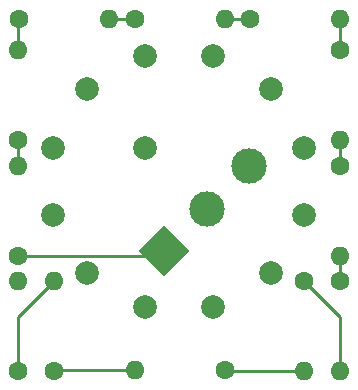
<source format=gbr>
%TF.GenerationSoftware,KiCad,Pcbnew,7.0.6*%
%TF.CreationDate,2023-09-19T12:43:23+08:00*%
%TF.ProjectId,Control Panel Selector Switch Board,436f6e74-726f-46c2-9050-616e656c2053,rev?*%
%TF.SameCoordinates,Original*%
%TF.FileFunction,Copper,L2,Bot*%
%TF.FilePolarity,Positive*%
%FSLAX46Y46*%
G04 Gerber Fmt 4.6, Leading zero omitted, Abs format (unit mm)*
G04 Created by KiCad (PCBNEW 7.0.6) date 2023-09-19 12:43:23*
%MOMM*%
%LPD*%
G01*
G04 APERTURE LIST*
G04 Aperture macros list*
%AMRotRect*
0 Rectangle, with rotation*
0 The origin of the aperture is its center*
0 $1 length*
0 $2 width*
0 $3 Rotation angle, in degrees counterclockwise*
0 Add horizontal line*
21,1,$1,$2,0,0,$3*%
G04 Aperture macros list end*
%TA.AperFunction,ComponentPad*%
%ADD10C,2.000000*%
%TD*%
%TA.AperFunction,ComponentPad*%
%ADD11C,1.600000*%
%TD*%
%TA.AperFunction,ComponentPad*%
%ADD12O,1.600000X1.600000*%
%TD*%
%TA.AperFunction,ComponentPad*%
%ADD13RotRect,3.000000X3.000000X45.000000*%
%TD*%
%TA.AperFunction,ComponentPad*%
%ADD14C,3.000000*%
%TD*%
%TA.AperFunction,Conductor*%
%ADD15C,0.250000*%
%TD*%
G04 APERTURE END LIST*
D10*
%TO.P,J6,1,Pin_1*%
%TO.N,Net-(J6-Pin_1)*%
X13453610Y-235419D03*
%TD*%
%TO.P,J3,1,Pin_1*%
%TO.N,Net-(J3-Pin_1)*%
X-18582Y7542756D03*
%TD*%
%TO.P,J9,1,Pin_1*%
%TO.N,Net-(J9-Pin_1)*%
X5675436Y-13707610D03*
%TD*%
%TO.P,J4,1,Pin_1*%
%TO.N,Net-(J4-Pin_1)*%
X5675437Y7542756D03*
%TD*%
%TO.P,J11,1,Pin_1*%
%TO.N,Net-(J11-Pin_1)*%
X-4949748Y-10860603D03*
%TD*%
%TO.P,J10,1,Pin_1*%
%TO.N,Net-(J10-Pin_1)*%
X-18582Y-13707612D03*
%TD*%
%TO.P,J2,1,Pin_1*%
%TO.N,Net-(J2-Pin_1)*%
X-4949749Y4695747D03*
%TD*%
%TO.P,J12,1,Pin_1*%
%TO.N,Net-(J12-Pin_1)*%
X-7796756Y-5929437D03*
%TD*%
%TO.P,J13,1,Pin_1*%
%TO.N,Net-(J13-Pin_1)*%
X0Y-254000D03*
%TD*%
%TO.P,J5,1,Pin_1*%
%TO.N,Net-(J5-Pin_1)*%
X10606601Y4695748D03*
%TD*%
%TO.P,J1,1,Pin_1*%
%TO.N,Net-(J1-Pin_1)*%
X-7796757Y-235417D03*
%TD*%
%TO.P,J7,1,Pin_1*%
%TO.N,Net-(J7-Pin_1)*%
X13453611Y-5929437D03*
%TD*%
%TO.P,J8,1,Pin_1*%
%TO.N,Net-(J8-Pin_1)*%
X10606602Y-10860602D03*
%TD*%
D11*
%TO.P,R6,1*%
%TO.N,Net-(J5-Pin_1)*%
X16510000Y8001000D03*
D12*
%TO.P,R6,2*%
%TO.N,Net-(J6-Pin_1)*%
X16510000Y381000D03*
%TD*%
D11*
%TO.P,R1,1*%
%TO.N,Net-(J14-Pin_1)*%
X-10795000Y-9398000D03*
D12*
%TO.P,R1,2*%
%TO.N,Net-(J1-Pin_1)*%
X-10795000Y-1778000D03*
%TD*%
D13*
%TO.P,J14,1,Pin_1*%
%TO.N,Net-(J14-Pin_1)*%
X1602133Y-8989282D03*
D14*
%TO.P,J14,2,Pin_2*%
%TO.N,Net-(J13-Pin_1)*%
X5194235Y-5397180D03*
%TO.P,J14,3,Pin_3*%
%TO.N,Net-(J12-Pin_1)*%
X8786338Y-1805077D03*
%TD*%
D11*
%TO.P,R5,1*%
%TO.N,Net-(J4-Pin_1)*%
X8890000Y10668000D03*
D12*
%TO.P,R5,2*%
%TO.N,Net-(J5-Pin_1)*%
X16510000Y10668000D03*
%TD*%
D11*
%TO.P,R2,1*%
%TO.N,Net-(J1-Pin_1)*%
X-10795000Y381000D03*
D12*
%TO.P,R2,2*%
%TO.N,Net-(J2-Pin_1)*%
X-10795000Y8001000D03*
%TD*%
D11*
%TO.P,R8,1*%
%TO.N,Net-(J7-Pin_1)*%
X16510000Y-11557000D03*
D12*
%TO.P,R8,2*%
%TO.N,Net-(J8-Pin_1)*%
X16510000Y-19177000D03*
%TD*%
D11*
%TO.P,R7,1*%
%TO.N,Net-(J6-Pin_1)*%
X16510000Y-1778000D03*
D12*
%TO.P,R7,2*%
%TO.N,Net-(J7-Pin_1)*%
X16510000Y-9398000D03*
%TD*%
D11*
%TO.P,R4,1*%
%TO.N,Net-(J3-Pin_1)*%
X-889000Y10668000D03*
D12*
%TO.P,R4,2*%
%TO.N,Net-(J4-Pin_1)*%
X6731000Y10668000D03*
%TD*%
D11*
%TO.P,R11,1*%
%TO.N,Net-(J10-Pin_1)*%
X-7747000Y-19177000D03*
D12*
%TO.P,R11,2*%
%TO.N,Net-(J11-Pin_1)*%
X-7747000Y-11557000D03*
%TD*%
D11*
%TO.P,R9,1*%
%TO.N,Net-(J8-Pin_1)*%
X13462000Y-11557000D03*
D12*
%TO.P,R9,2*%
%TO.N,Net-(J9-Pin_1)*%
X13462000Y-19177000D03*
%TD*%
D11*
%TO.P,R10,1*%
%TO.N,Net-(J9-Pin_1)*%
X6731000Y-19050000D03*
D12*
%TO.P,R10,2*%
%TO.N,Net-(J10-Pin_1)*%
X-889000Y-19050000D03*
%TD*%
D11*
%TO.P,R3,1*%
%TO.N,Net-(J2-Pin_1)*%
X-10668000Y10668000D03*
D12*
%TO.P,R3,2*%
%TO.N,Net-(J3-Pin_1)*%
X-3048000Y10668000D03*
%TD*%
D11*
%TO.P,R12,1*%
%TO.N,Net-(J11-Pin_1)*%
X-10795000Y-19177000D03*
D12*
%TO.P,R12,2*%
%TO.N,Net-(J12-Pin_1)*%
X-10795000Y-11557000D03*
%TD*%
D15*
%TO.N,Net-(J1-Pin_1)*%
X-10795000Y-1778000D02*
X-10795000Y381000D01*
%TO.N,Net-(J2-Pin_1)*%
X-10795000Y10541000D02*
X-10668000Y10668000D01*
X-10795000Y8001000D02*
X-10795000Y10541000D01*
%TO.N,Net-(J3-Pin_1)*%
X-889000Y10668000D02*
X-3048000Y10668000D01*
%TO.N,Net-(J4-Pin_1)*%
X8890000Y10668000D02*
X6731000Y10668000D01*
%TO.N,Net-(J5-Pin_1)*%
X16510000Y8001000D02*
X16510000Y10668000D01*
%TO.N,Net-(J6-Pin_1)*%
X16510000Y-1778000D02*
X16510000Y381000D01*
%TO.N,Net-(J7-Pin_1)*%
X16510000Y-11557000D02*
X16510000Y-9398000D01*
%TO.N,Net-(J8-Pin_1)*%
X16510000Y-19177000D02*
X16510000Y-14605000D01*
X16510000Y-14605000D02*
X13462000Y-11557000D01*
%TO.N,Net-(J9-Pin_1)*%
X13462000Y-19177000D02*
X7366000Y-19177000D01*
X7366000Y-19177000D02*
X6731000Y-18542000D01*
%TO.N,Net-(J10-Pin_1)*%
X-7620000Y-19050000D02*
X-7747000Y-19177000D01*
X-889000Y-19050000D02*
X-7620000Y-19050000D01*
%TO.N,Net-(J11-Pin_1)*%
X-10795000Y-19177000D02*
X-10795000Y-14605000D01*
X-10795000Y-14605000D02*
X-7747000Y-11557000D01*
%TO.N,Net-(J14-Pin_1)*%
X-10795000Y-9398000D02*
X1193415Y-9398000D01*
X1193415Y-9398000D02*
X1602133Y-8989282D01*
%TD*%
M02*

</source>
